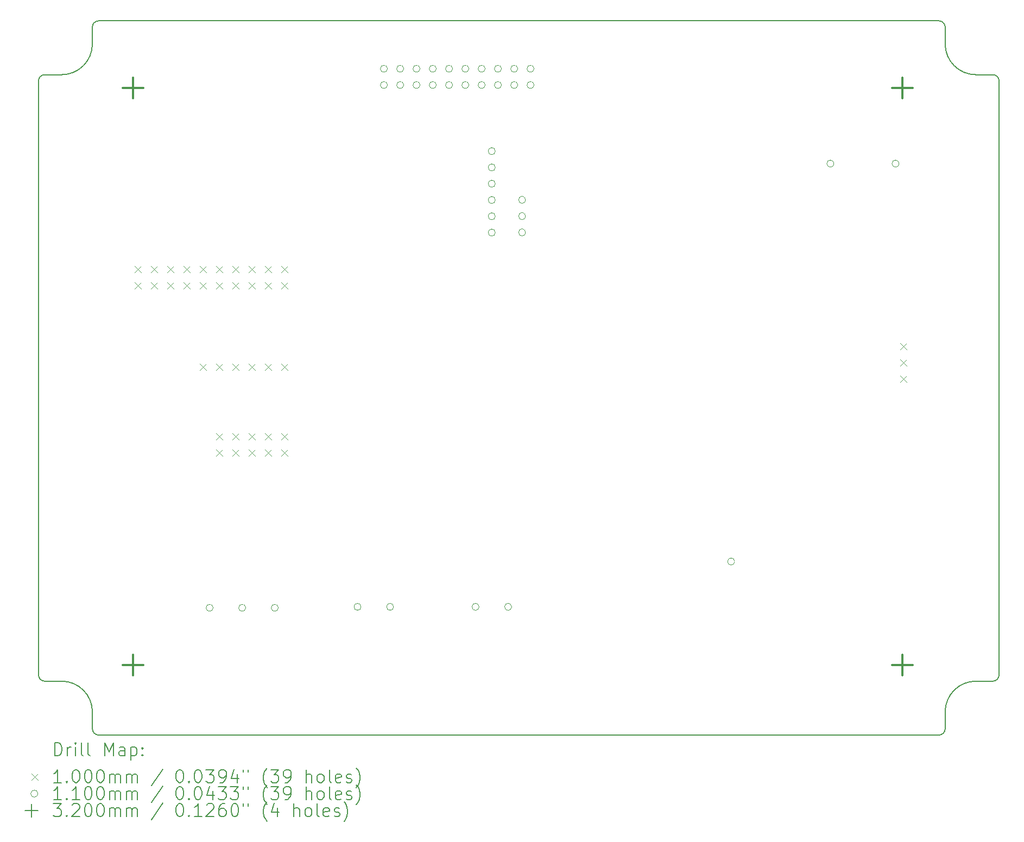
<source format=gbr>
%TF.GenerationSoftware,KiCad,Pcbnew,7.0.7-7.0.7~ubuntu22.04.1*%
%TF.CreationDate,2023-09-16T20:13:10-03:00*%
%TF.ProjectId,EQfixture,45516669-7874-4757-9265-2e6b69636164,rev?*%
%TF.SameCoordinates,Original*%
%TF.FileFunction,Drillmap*%
%TF.FilePolarity,Positive*%
%FSLAX45Y45*%
G04 Gerber Fmt 4.5, Leading zero omitted, Abs format (unit mm)*
G04 Created by KiCad (PCBNEW 7.0.7-7.0.7~ubuntu22.04.1) date 2023-09-16 20:13:10*
%MOMM*%
%LPD*%
G01*
G04 APERTURE LIST*
%ADD10C,0.200000*%
%ADD11C,0.100000*%
%ADD12C,0.110000*%
%ADD13C,0.320000*%
G04 APERTURE END LIST*
D10*
X21618849Y-3428977D02*
G75*
G03*
X21521526Y-3331661I-97309J7D01*
G01*
X8417526Y-14470293D02*
X21521526Y-14470293D01*
X21521526Y-3331661D02*
X8417526Y-3331661D01*
X7841526Y-4171660D02*
G75*
G03*
X8320209Y-3692977I0J478683D01*
G01*
X22097526Y-13630292D02*
G75*
G03*
X21618842Y-14108977I4J-478688D01*
G01*
X8320209Y-3428977D02*
X8320209Y-3692977D01*
X22097526Y-13630293D02*
X22361526Y-13630293D01*
X22361526Y-13630292D02*
G75*
G03*
X22458842Y-13532977I4J97312D01*
G01*
X7480209Y-4268977D02*
X7480209Y-13532977D01*
X7841526Y-4171661D02*
X7577526Y-4171661D01*
X7577526Y-4171659D02*
G75*
G03*
X7480209Y-4268977I4J-97321D01*
G01*
X22361526Y-4171661D02*
X22097526Y-4171661D01*
X8320217Y-14372977D02*
G75*
G03*
X8417526Y-14470293I97323J7D01*
G01*
X8320209Y-14108977D02*
X8320209Y-14372977D01*
X22458842Y-13532977D02*
X22458842Y-4269877D01*
X22458849Y-4269877D02*
G75*
G03*
X22361526Y-4171656I-97309J907D01*
G01*
X21618842Y-14372977D02*
X21618842Y-14108977D01*
X8417526Y-3331659D02*
G75*
G03*
X8320209Y-3428977I4J-97321D01*
G01*
X21618842Y-3692977D02*
X21618842Y-3428977D01*
X21618849Y-3692977D02*
G75*
G03*
X22097526Y-4171661I478691J7D01*
G01*
X7480217Y-13532977D02*
G75*
G03*
X7577526Y-13630293I97323J7D01*
G01*
X7577526Y-13630293D02*
X7841526Y-13630293D01*
X8320217Y-14108977D02*
G75*
G03*
X7841526Y-13630293I-478677J7D01*
G01*
X21521526Y-14470292D02*
G75*
G03*
X21618842Y-14372977I4J97312D01*
G01*
D11*
X8983500Y-7159500D02*
X9083500Y-7259500D01*
X9083500Y-7159500D02*
X8983500Y-7259500D01*
X8983500Y-7413500D02*
X9083500Y-7513500D01*
X9083500Y-7413500D02*
X8983500Y-7513500D01*
X9237500Y-7159500D02*
X9337500Y-7259500D01*
X9337500Y-7159500D02*
X9237500Y-7259500D01*
X9237500Y-7413500D02*
X9337500Y-7513500D01*
X9337500Y-7413500D02*
X9237500Y-7513500D01*
X9491500Y-7159500D02*
X9591500Y-7259500D01*
X9591500Y-7159500D02*
X9491500Y-7259500D01*
X9491500Y-7413500D02*
X9591500Y-7513500D01*
X9591500Y-7413500D02*
X9491500Y-7513500D01*
X9745500Y-7159500D02*
X9845500Y-7259500D01*
X9845500Y-7159500D02*
X9745500Y-7259500D01*
X9745500Y-7413500D02*
X9845500Y-7513500D01*
X9845500Y-7413500D02*
X9745500Y-7513500D01*
X9999500Y-7159500D02*
X10099500Y-7259500D01*
X10099500Y-7159500D02*
X9999500Y-7259500D01*
X9999500Y-7413500D02*
X10099500Y-7513500D01*
X10099500Y-7413500D02*
X9999500Y-7513500D01*
X9999500Y-8683500D02*
X10099500Y-8783500D01*
X10099500Y-8683500D02*
X9999500Y-8783500D01*
X10253500Y-7159500D02*
X10353500Y-7259500D01*
X10353500Y-7159500D02*
X10253500Y-7259500D01*
X10253500Y-7413500D02*
X10353500Y-7513500D01*
X10353500Y-7413500D02*
X10253500Y-7513500D01*
X10253500Y-8683500D02*
X10353500Y-8783500D01*
X10353500Y-8683500D02*
X10253500Y-8783500D01*
X10253500Y-9763000D02*
X10353500Y-9863000D01*
X10353500Y-9763000D02*
X10253500Y-9863000D01*
X10253500Y-10017000D02*
X10353500Y-10117000D01*
X10353500Y-10017000D02*
X10253500Y-10117000D01*
X10507500Y-7159500D02*
X10607500Y-7259500D01*
X10607500Y-7159500D02*
X10507500Y-7259500D01*
X10507500Y-7413500D02*
X10607500Y-7513500D01*
X10607500Y-7413500D02*
X10507500Y-7513500D01*
X10507500Y-8683500D02*
X10607500Y-8783500D01*
X10607500Y-8683500D02*
X10507500Y-8783500D01*
X10507500Y-9763000D02*
X10607500Y-9863000D01*
X10607500Y-9763000D02*
X10507500Y-9863000D01*
X10507500Y-10017000D02*
X10607500Y-10117000D01*
X10607500Y-10017000D02*
X10507500Y-10117000D01*
X10761500Y-7159500D02*
X10861500Y-7259500D01*
X10861500Y-7159500D02*
X10761500Y-7259500D01*
X10761500Y-7413500D02*
X10861500Y-7513500D01*
X10861500Y-7413500D02*
X10761500Y-7513500D01*
X10761500Y-8683500D02*
X10861500Y-8783500D01*
X10861500Y-8683500D02*
X10761500Y-8783500D01*
X10761500Y-9763000D02*
X10861500Y-9863000D01*
X10861500Y-9763000D02*
X10761500Y-9863000D01*
X10761500Y-10017000D02*
X10861500Y-10117000D01*
X10861500Y-10017000D02*
X10761500Y-10117000D01*
X11015500Y-7159500D02*
X11115500Y-7259500D01*
X11115500Y-7159500D02*
X11015500Y-7259500D01*
X11015500Y-7413500D02*
X11115500Y-7513500D01*
X11115500Y-7413500D02*
X11015500Y-7513500D01*
X11015500Y-8683500D02*
X11115500Y-8783500D01*
X11115500Y-8683500D02*
X11015500Y-8783500D01*
X11015500Y-9763000D02*
X11115500Y-9863000D01*
X11115500Y-9763000D02*
X11015500Y-9863000D01*
X11015500Y-10017000D02*
X11115500Y-10117000D01*
X11115500Y-10017000D02*
X11015500Y-10117000D01*
X11269500Y-7159500D02*
X11369500Y-7259500D01*
X11369500Y-7159500D02*
X11269500Y-7259500D01*
X11269500Y-7413500D02*
X11369500Y-7513500D01*
X11369500Y-7413500D02*
X11269500Y-7513500D01*
X11269500Y-8683500D02*
X11369500Y-8783500D01*
X11369500Y-8683500D02*
X11269500Y-8783500D01*
X11269500Y-9763000D02*
X11369500Y-9863000D01*
X11369500Y-9763000D02*
X11269500Y-9863000D01*
X11269500Y-10017000D02*
X11369500Y-10117000D01*
X11369500Y-10017000D02*
X11269500Y-10117000D01*
X20921500Y-8357000D02*
X21021500Y-8457000D01*
X21021500Y-8357000D02*
X20921500Y-8457000D01*
X20921500Y-8611000D02*
X21021500Y-8711000D01*
X21021500Y-8611000D02*
X20921500Y-8711000D01*
X20921500Y-8865000D02*
X21021500Y-8965000D01*
X21021500Y-8865000D02*
X20921500Y-8965000D01*
D12*
X10203600Y-12486200D02*
G75*
G03*
X10203600Y-12486200I-55000J0D01*
G01*
X10711600Y-12486200D02*
G75*
G03*
X10711600Y-12486200I-55000J0D01*
G01*
X11219600Y-12486200D02*
G75*
G03*
X11219600Y-12486200I-55000J0D01*
G01*
X12510000Y-12471000D02*
G75*
G03*
X12510000Y-12471000I-55000J0D01*
G01*
X12921400Y-4078800D02*
G75*
G03*
X12921400Y-4078800I-55000J0D01*
G01*
X12921400Y-4332800D02*
G75*
G03*
X12921400Y-4332800I-55000J0D01*
G01*
X13018000Y-12471000D02*
G75*
G03*
X13018000Y-12471000I-55000J0D01*
G01*
X13175400Y-4078800D02*
G75*
G03*
X13175400Y-4078800I-55000J0D01*
G01*
X13175400Y-4332800D02*
G75*
G03*
X13175400Y-4332800I-55000J0D01*
G01*
X13429400Y-4078800D02*
G75*
G03*
X13429400Y-4078800I-55000J0D01*
G01*
X13429400Y-4332800D02*
G75*
G03*
X13429400Y-4332800I-55000J0D01*
G01*
X13683400Y-4078800D02*
G75*
G03*
X13683400Y-4078800I-55000J0D01*
G01*
X13683400Y-4332800D02*
G75*
G03*
X13683400Y-4332800I-55000J0D01*
G01*
X13937400Y-4078800D02*
G75*
G03*
X13937400Y-4078800I-55000J0D01*
G01*
X13937400Y-4332800D02*
G75*
G03*
X13937400Y-4332800I-55000J0D01*
G01*
X14191400Y-4078800D02*
G75*
G03*
X14191400Y-4078800I-55000J0D01*
G01*
X14191400Y-4332800D02*
G75*
G03*
X14191400Y-4332800I-55000J0D01*
G01*
X14350600Y-12471000D02*
G75*
G03*
X14350600Y-12471000I-55000J0D01*
G01*
X14445400Y-4078800D02*
G75*
G03*
X14445400Y-4078800I-55000J0D01*
G01*
X14445400Y-4332800D02*
G75*
G03*
X14445400Y-4332800I-55000J0D01*
G01*
X14603134Y-5363532D02*
G75*
G03*
X14603134Y-5363532I-55000J0D01*
G01*
X14603134Y-5617532D02*
G75*
G03*
X14603134Y-5617532I-55000J0D01*
G01*
X14603134Y-5871532D02*
G75*
G03*
X14603134Y-5871532I-55000J0D01*
G01*
X14603134Y-6125532D02*
G75*
G03*
X14603134Y-6125532I-55000J0D01*
G01*
X14603134Y-6379532D02*
G75*
G03*
X14603134Y-6379532I-55000J0D01*
G01*
X14603134Y-6633532D02*
G75*
G03*
X14603134Y-6633532I-55000J0D01*
G01*
X14699400Y-4078800D02*
G75*
G03*
X14699400Y-4078800I-55000J0D01*
G01*
X14699400Y-4332800D02*
G75*
G03*
X14699400Y-4332800I-55000J0D01*
G01*
X14858600Y-12471000D02*
G75*
G03*
X14858600Y-12471000I-55000J0D01*
G01*
X14953400Y-4078800D02*
G75*
G03*
X14953400Y-4078800I-55000J0D01*
G01*
X14953400Y-4332800D02*
G75*
G03*
X14953400Y-4332800I-55000J0D01*
G01*
X15076000Y-6123000D02*
G75*
G03*
X15076000Y-6123000I-55000J0D01*
G01*
X15076000Y-6377000D02*
G75*
G03*
X15076000Y-6377000I-55000J0D01*
G01*
X15076000Y-6631000D02*
G75*
G03*
X15076000Y-6631000I-55000J0D01*
G01*
X15207400Y-4078800D02*
G75*
G03*
X15207400Y-4078800I-55000J0D01*
G01*
X15207400Y-4332800D02*
G75*
G03*
X15207400Y-4332800I-55000J0D01*
G01*
X18336000Y-11764000D02*
G75*
G03*
X18336000Y-11764000I-55000J0D01*
G01*
X19884000Y-5559000D02*
G75*
G03*
X19884000Y-5559000I-55000J0D01*
G01*
X20900000Y-5559000D02*
G75*
G03*
X20900000Y-5559000I-55000J0D01*
G01*
D13*
X8953500Y-4218500D02*
X8953500Y-4538500D01*
X8793500Y-4378500D02*
X9113500Y-4378500D01*
X8953500Y-13218500D02*
X8953500Y-13538500D01*
X8793500Y-13378500D02*
X9113500Y-13378500D01*
X20953500Y-4218500D02*
X20953500Y-4538500D01*
X20793500Y-4378500D02*
X21113500Y-4378500D01*
X20953500Y-13218500D02*
X20953500Y-13538500D01*
X20793500Y-13378500D02*
X21113500Y-13378500D01*
D10*
X7730986Y-14791777D02*
X7730986Y-14591777D01*
X7730986Y-14591777D02*
X7778605Y-14591777D01*
X7778605Y-14591777D02*
X7807176Y-14601301D01*
X7807176Y-14601301D02*
X7826224Y-14620349D01*
X7826224Y-14620349D02*
X7835748Y-14639396D01*
X7835748Y-14639396D02*
X7845272Y-14677491D01*
X7845272Y-14677491D02*
X7845272Y-14706063D01*
X7845272Y-14706063D02*
X7835748Y-14744158D01*
X7835748Y-14744158D02*
X7826224Y-14763206D01*
X7826224Y-14763206D02*
X7807176Y-14782253D01*
X7807176Y-14782253D02*
X7778605Y-14791777D01*
X7778605Y-14791777D02*
X7730986Y-14791777D01*
X7930986Y-14791777D02*
X7930986Y-14658444D01*
X7930986Y-14696539D02*
X7940510Y-14677491D01*
X7940510Y-14677491D02*
X7950034Y-14667968D01*
X7950034Y-14667968D02*
X7969081Y-14658444D01*
X7969081Y-14658444D02*
X7988129Y-14658444D01*
X8054795Y-14791777D02*
X8054795Y-14658444D01*
X8054795Y-14591777D02*
X8045272Y-14601301D01*
X8045272Y-14601301D02*
X8054795Y-14610825D01*
X8054795Y-14610825D02*
X8064319Y-14601301D01*
X8064319Y-14601301D02*
X8054795Y-14591777D01*
X8054795Y-14591777D02*
X8054795Y-14610825D01*
X8178605Y-14791777D02*
X8159557Y-14782253D01*
X8159557Y-14782253D02*
X8150034Y-14763206D01*
X8150034Y-14763206D02*
X8150034Y-14591777D01*
X8283367Y-14791777D02*
X8264319Y-14782253D01*
X8264319Y-14782253D02*
X8254795Y-14763206D01*
X8254795Y-14763206D02*
X8254795Y-14591777D01*
X8511938Y-14791777D02*
X8511938Y-14591777D01*
X8511938Y-14591777D02*
X8578605Y-14734634D01*
X8578605Y-14734634D02*
X8645272Y-14591777D01*
X8645272Y-14591777D02*
X8645272Y-14791777D01*
X8826224Y-14791777D02*
X8826224Y-14687015D01*
X8826224Y-14687015D02*
X8816700Y-14667968D01*
X8816700Y-14667968D02*
X8797653Y-14658444D01*
X8797653Y-14658444D02*
X8759557Y-14658444D01*
X8759557Y-14658444D02*
X8740510Y-14667968D01*
X8826224Y-14782253D02*
X8807177Y-14791777D01*
X8807177Y-14791777D02*
X8759557Y-14791777D01*
X8759557Y-14791777D02*
X8740510Y-14782253D01*
X8740510Y-14782253D02*
X8730986Y-14763206D01*
X8730986Y-14763206D02*
X8730986Y-14744158D01*
X8730986Y-14744158D02*
X8740510Y-14725111D01*
X8740510Y-14725111D02*
X8759557Y-14715587D01*
X8759557Y-14715587D02*
X8807177Y-14715587D01*
X8807177Y-14715587D02*
X8826224Y-14706063D01*
X8921462Y-14658444D02*
X8921462Y-14858444D01*
X8921462Y-14667968D02*
X8940510Y-14658444D01*
X8940510Y-14658444D02*
X8978605Y-14658444D01*
X8978605Y-14658444D02*
X8997653Y-14667968D01*
X8997653Y-14667968D02*
X9007177Y-14677491D01*
X9007177Y-14677491D02*
X9016700Y-14696539D01*
X9016700Y-14696539D02*
X9016700Y-14753682D01*
X9016700Y-14753682D02*
X9007177Y-14772730D01*
X9007177Y-14772730D02*
X8997653Y-14782253D01*
X8997653Y-14782253D02*
X8978605Y-14791777D01*
X8978605Y-14791777D02*
X8940510Y-14791777D01*
X8940510Y-14791777D02*
X8921462Y-14782253D01*
X9102415Y-14772730D02*
X9111938Y-14782253D01*
X9111938Y-14782253D02*
X9102415Y-14791777D01*
X9102415Y-14791777D02*
X9092891Y-14782253D01*
X9092891Y-14782253D02*
X9102415Y-14772730D01*
X9102415Y-14772730D02*
X9102415Y-14791777D01*
X9102415Y-14667968D02*
X9111938Y-14677491D01*
X9111938Y-14677491D02*
X9102415Y-14687015D01*
X9102415Y-14687015D02*
X9092891Y-14677491D01*
X9092891Y-14677491D02*
X9102415Y-14667968D01*
X9102415Y-14667968D02*
X9102415Y-14687015D01*
D11*
X7370209Y-15070293D02*
X7470209Y-15170293D01*
X7470209Y-15070293D02*
X7370209Y-15170293D01*
D10*
X7835748Y-15211777D02*
X7721462Y-15211777D01*
X7778605Y-15211777D02*
X7778605Y-15011777D01*
X7778605Y-15011777D02*
X7759557Y-15040349D01*
X7759557Y-15040349D02*
X7740510Y-15059396D01*
X7740510Y-15059396D02*
X7721462Y-15068920D01*
X7921462Y-15192730D02*
X7930986Y-15202253D01*
X7930986Y-15202253D02*
X7921462Y-15211777D01*
X7921462Y-15211777D02*
X7911938Y-15202253D01*
X7911938Y-15202253D02*
X7921462Y-15192730D01*
X7921462Y-15192730D02*
X7921462Y-15211777D01*
X8054795Y-15011777D02*
X8073843Y-15011777D01*
X8073843Y-15011777D02*
X8092891Y-15021301D01*
X8092891Y-15021301D02*
X8102415Y-15030825D01*
X8102415Y-15030825D02*
X8111938Y-15049872D01*
X8111938Y-15049872D02*
X8121462Y-15087968D01*
X8121462Y-15087968D02*
X8121462Y-15135587D01*
X8121462Y-15135587D02*
X8111938Y-15173682D01*
X8111938Y-15173682D02*
X8102415Y-15192730D01*
X8102415Y-15192730D02*
X8092891Y-15202253D01*
X8092891Y-15202253D02*
X8073843Y-15211777D01*
X8073843Y-15211777D02*
X8054795Y-15211777D01*
X8054795Y-15211777D02*
X8035748Y-15202253D01*
X8035748Y-15202253D02*
X8026224Y-15192730D01*
X8026224Y-15192730D02*
X8016700Y-15173682D01*
X8016700Y-15173682D02*
X8007176Y-15135587D01*
X8007176Y-15135587D02*
X8007176Y-15087968D01*
X8007176Y-15087968D02*
X8016700Y-15049872D01*
X8016700Y-15049872D02*
X8026224Y-15030825D01*
X8026224Y-15030825D02*
X8035748Y-15021301D01*
X8035748Y-15021301D02*
X8054795Y-15011777D01*
X8245272Y-15011777D02*
X8264319Y-15011777D01*
X8264319Y-15011777D02*
X8283367Y-15021301D01*
X8283367Y-15021301D02*
X8292891Y-15030825D01*
X8292891Y-15030825D02*
X8302415Y-15049872D01*
X8302415Y-15049872D02*
X8311938Y-15087968D01*
X8311938Y-15087968D02*
X8311938Y-15135587D01*
X8311938Y-15135587D02*
X8302415Y-15173682D01*
X8302415Y-15173682D02*
X8292891Y-15192730D01*
X8292891Y-15192730D02*
X8283367Y-15202253D01*
X8283367Y-15202253D02*
X8264319Y-15211777D01*
X8264319Y-15211777D02*
X8245272Y-15211777D01*
X8245272Y-15211777D02*
X8226224Y-15202253D01*
X8226224Y-15202253D02*
X8216700Y-15192730D01*
X8216700Y-15192730D02*
X8207176Y-15173682D01*
X8207176Y-15173682D02*
X8197653Y-15135587D01*
X8197653Y-15135587D02*
X8197653Y-15087968D01*
X8197653Y-15087968D02*
X8207176Y-15049872D01*
X8207176Y-15049872D02*
X8216700Y-15030825D01*
X8216700Y-15030825D02*
X8226224Y-15021301D01*
X8226224Y-15021301D02*
X8245272Y-15011777D01*
X8435748Y-15011777D02*
X8454796Y-15011777D01*
X8454796Y-15011777D02*
X8473843Y-15021301D01*
X8473843Y-15021301D02*
X8483367Y-15030825D01*
X8483367Y-15030825D02*
X8492891Y-15049872D01*
X8492891Y-15049872D02*
X8502415Y-15087968D01*
X8502415Y-15087968D02*
X8502415Y-15135587D01*
X8502415Y-15135587D02*
X8492891Y-15173682D01*
X8492891Y-15173682D02*
X8483367Y-15192730D01*
X8483367Y-15192730D02*
X8473843Y-15202253D01*
X8473843Y-15202253D02*
X8454796Y-15211777D01*
X8454796Y-15211777D02*
X8435748Y-15211777D01*
X8435748Y-15211777D02*
X8416700Y-15202253D01*
X8416700Y-15202253D02*
X8407177Y-15192730D01*
X8407177Y-15192730D02*
X8397653Y-15173682D01*
X8397653Y-15173682D02*
X8388129Y-15135587D01*
X8388129Y-15135587D02*
X8388129Y-15087968D01*
X8388129Y-15087968D02*
X8397653Y-15049872D01*
X8397653Y-15049872D02*
X8407177Y-15030825D01*
X8407177Y-15030825D02*
X8416700Y-15021301D01*
X8416700Y-15021301D02*
X8435748Y-15011777D01*
X8588129Y-15211777D02*
X8588129Y-15078444D01*
X8588129Y-15097491D02*
X8597653Y-15087968D01*
X8597653Y-15087968D02*
X8616700Y-15078444D01*
X8616700Y-15078444D02*
X8645272Y-15078444D01*
X8645272Y-15078444D02*
X8664319Y-15087968D01*
X8664319Y-15087968D02*
X8673843Y-15107015D01*
X8673843Y-15107015D02*
X8673843Y-15211777D01*
X8673843Y-15107015D02*
X8683367Y-15087968D01*
X8683367Y-15087968D02*
X8702415Y-15078444D01*
X8702415Y-15078444D02*
X8730986Y-15078444D01*
X8730986Y-15078444D02*
X8750034Y-15087968D01*
X8750034Y-15087968D02*
X8759558Y-15107015D01*
X8759558Y-15107015D02*
X8759558Y-15211777D01*
X8854796Y-15211777D02*
X8854796Y-15078444D01*
X8854796Y-15097491D02*
X8864319Y-15087968D01*
X8864319Y-15087968D02*
X8883367Y-15078444D01*
X8883367Y-15078444D02*
X8911939Y-15078444D01*
X8911939Y-15078444D02*
X8930986Y-15087968D01*
X8930986Y-15087968D02*
X8940510Y-15107015D01*
X8940510Y-15107015D02*
X8940510Y-15211777D01*
X8940510Y-15107015D02*
X8950034Y-15087968D01*
X8950034Y-15087968D02*
X8969081Y-15078444D01*
X8969081Y-15078444D02*
X8997653Y-15078444D01*
X8997653Y-15078444D02*
X9016700Y-15087968D01*
X9016700Y-15087968D02*
X9026224Y-15107015D01*
X9026224Y-15107015D02*
X9026224Y-15211777D01*
X9416700Y-15002253D02*
X9245272Y-15259396D01*
X9673843Y-15011777D02*
X9692891Y-15011777D01*
X9692891Y-15011777D02*
X9711939Y-15021301D01*
X9711939Y-15021301D02*
X9721462Y-15030825D01*
X9721462Y-15030825D02*
X9730986Y-15049872D01*
X9730986Y-15049872D02*
X9740510Y-15087968D01*
X9740510Y-15087968D02*
X9740510Y-15135587D01*
X9740510Y-15135587D02*
X9730986Y-15173682D01*
X9730986Y-15173682D02*
X9721462Y-15192730D01*
X9721462Y-15192730D02*
X9711939Y-15202253D01*
X9711939Y-15202253D02*
X9692891Y-15211777D01*
X9692891Y-15211777D02*
X9673843Y-15211777D01*
X9673843Y-15211777D02*
X9654796Y-15202253D01*
X9654796Y-15202253D02*
X9645272Y-15192730D01*
X9645272Y-15192730D02*
X9635748Y-15173682D01*
X9635748Y-15173682D02*
X9626224Y-15135587D01*
X9626224Y-15135587D02*
X9626224Y-15087968D01*
X9626224Y-15087968D02*
X9635748Y-15049872D01*
X9635748Y-15049872D02*
X9645272Y-15030825D01*
X9645272Y-15030825D02*
X9654796Y-15021301D01*
X9654796Y-15021301D02*
X9673843Y-15011777D01*
X9826224Y-15192730D02*
X9835748Y-15202253D01*
X9835748Y-15202253D02*
X9826224Y-15211777D01*
X9826224Y-15211777D02*
X9816701Y-15202253D01*
X9816701Y-15202253D02*
X9826224Y-15192730D01*
X9826224Y-15192730D02*
X9826224Y-15211777D01*
X9959558Y-15011777D02*
X9978605Y-15011777D01*
X9978605Y-15011777D02*
X9997653Y-15021301D01*
X9997653Y-15021301D02*
X10007177Y-15030825D01*
X10007177Y-15030825D02*
X10016701Y-15049872D01*
X10016701Y-15049872D02*
X10026224Y-15087968D01*
X10026224Y-15087968D02*
X10026224Y-15135587D01*
X10026224Y-15135587D02*
X10016701Y-15173682D01*
X10016701Y-15173682D02*
X10007177Y-15192730D01*
X10007177Y-15192730D02*
X9997653Y-15202253D01*
X9997653Y-15202253D02*
X9978605Y-15211777D01*
X9978605Y-15211777D02*
X9959558Y-15211777D01*
X9959558Y-15211777D02*
X9940510Y-15202253D01*
X9940510Y-15202253D02*
X9930986Y-15192730D01*
X9930986Y-15192730D02*
X9921462Y-15173682D01*
X9921462Y-15173682D02*
X9911939Y-15135587D01*
X9911939Y-15135587D02*
X9911939Y-15087968D01*
X9911939Y-15087968D02*
X9921462Y-15049872D01*
X9921462Y-15049872D02*
X9930986Y-15030825D01*
X9930986Y-15030825D02*
X9940510Y-15021301D01*
X9940510Y-15021301D02*
X9959558Y-15011777D01*
X10092891Y-15011777D02*
X10216701Y-15011777D01*
X10216701Y-15011777D02*
X10150034Y-15087968D01*
X10150034Y-15087968D02*
X10178605Y-15087968D01*
X10178605Y-15087968D02*
X10197653Y-15097491D01*
X10197653Y-15097491D02*
X10207177Y-15107015D01*
X10207177Y-15107015D02*
X10216701Y-15126063D01*
X10216701Y-15126063D02*
X10216701Y-15173682D01*
X10216701Y-15173682D02*
X10207177Y-15192730D01*
X10207177Y-15192730D02*
X10197653Y-15202253D01*
X10197653Y-15202253D02*
X10178605Y-15211777D01*
X10178605Y-15211777D02*
X10121462Y-15211777D01*
X10121462Y-15211777D02*
X10102415Y-15202253D01*
X10102415Y-15202253D02*
X10092891Y-15192730D01*
X10311939Y-15211777D02*
X10350034Y-15211777D01*
X10350034Y-15211777D02*
X10369082Y-15202253D01*
X10369082Y-15202253D02*
X10378605Y-15192730D01*
X10378605Y-15192730D02*
X10397653Y-15164158D01*
X10397653Y-15164158D02*
X10407177Y-15126063D01*
X10407177Y-15126063D02*
X10407177Y-15049872D01*
X10407177Y-15049872D02*
X10397653Y-15030825D01*
X10397653Y-15030825D02*
X10388129Y-15021301D01*
X10388129Y-15021301D02*
X10369082Y-15011777D01*
X10369082Y-15011777D02*
X10330986Y-15011777D01*
X10330986Y-15011777D02*
X10311939Y-15021301D01*
X10311939Y-15021301D02*
X10302415Y-15030825D01*
X10302415Y-15030825D02*
X10292891Y-15049872D01*
X10292891Y-15049872D02*
X10292891Y-15097491D01*
X10292891Y-15097491D02*
X10302415Y-15116539D01*
X10302415Y-15116539D02*
X10311939Y-15126063D01*
X10311939Y-15126063D02*
X10330986Y-15135587D01*
X10330986Y-15135587D02*
X10369082Y-15135587D01*
X10369082Y-15135587D02*
X10388129Y-15126063D01*
X10388129Y-15126063D02*
X10397653Y-15116539D01*
X10397653Y-15116539D02*
X10407177Y-15097491D01*
X10578605Y-15078444D02*
X10578605Y-15211777D01*
X10530986Y-15002253D02*
X10483367Y-15145111D01*
X10483367Y-15145111D02*
X10607177Y-15145111D01*
X10673843Y-15011777D02*
X10673843Y-15049872D01*
X10750034Y-15011777D02*
X10750034Y-15049872D01*
X11045272Y-15287968D02*
X11035748Y-15278444D01*
X11035748Y-15278444D02*
X11016701Y-15249872D01*
X11016701Y-15249872D02*
X11007177Y-15230825D01*
X11007177Y-15230825D02*
X10997653Y-15202253D01*
X10997653Y-15202253D02*
X10988129Y-15154634D01*
X10988129Y-15154634D02*
X10988129Y-15116539D01*
X10988129Y-15116539D02*
X10997653Y-15068920D01*
X10997653Y-15068920D02*
X11007177Y-15040349D01*
X11007177Y-15040349D02*
X11016701Y-15021301D01*
X11016701Y-15021301D02*
X11035748Y-14992730D01*
X11035748Y-14992730D02*
X11045272Y-14983206D01*
X11102415Y-15011777D02*
X11226224Y-15011777D01*
X11226224Y-15011777D02*
X11159558Y-15087968D01*
X11159558Y-15087968D02*
X11188129Y-15087968D01*
X11188129Y-15087968D02*
X11207177Y-15097491D01*
X11207177Y-15097491D02*
X11216701Y-15107015D01*
X11216701Y-15107015D02*
X11226224Y-15126063D01*
X11226224Y-15126063D02*
X11226224Y-15173682D01*
X11226224Y-15173682D02*
X11216701Y-15192730D01*
X11216701Y-15192730D02*
X11207177Y-15202253D01*
X11207177Y-15202253D02*
X11188129Y-15211777D01*
X11188129Y-15211777D02*
X11130986Y-15211777D01*
X11130986Y-15211777D02*
X11111939Y-15202253D01*
X11111939Y-15202253D02*
X11102415Y-15192730D01*
X11321462Y-15211777D02*
X11359558Y-15211777D01*
X11359558Y-15211777D02*
X11378605Y-15202253D01*
X11378605Y-15202253D02*
X11388129Y-15192730D01*
X11388129Y-15192730D02*
X11407177Y-15164158D01*
X11407177Y-15164158D02*
X11416701Y-15126063D01*
X11416701Y-15126063D02*
X11416701Y-15049872D01*
X11416701Y-15049872D02*
X11407177Y-15030825D01*
X11407177Y-15030825D02*
X11397653Y-15021301D01*
X11397653Y-15021301D02*
X11378605Y-15011777D01*
X11378605Y-15011777D02*
X11340510Y-15011777D01*
X11340510Y-15011777D02*
X11321462Y-15021301D01*
X11321462Y-15021301D02*
X11311939Y-15030825D01*
X11311939Y-15030825D02*
X11302415Y-15049872D01*
X11302415Y-15049872D02*
X11302415Y-15097491D01*
X11302415Y-15097491D02*
X11311939Y-15116539D01*
X11311939Y-15116539D02*
X11321462Y-15126063D01*
X11321462Y-15126063D02*
X11340510Y-15135587D01*
X11340510Y-15135587D02*
X11378605Y-15135587D01*
X11378605Y-15135587D02*
X11397653Y-15126063D01*
X11397653Y-15126063D02*
X11407177Y-15116539D01*
X11407177Y-15116539D02*
X11416701Y-15097491D01*
X11654796Y-15211777D02*
X11654796Y-15011777D01*
X11740510Y-15211777D02*
X11740510Y-15107015D01*
X11740510Y-15107015D02*
X11730986Y-15087968D01*
X11730986Y-15087968D02*
X11711939Y-15078444D01*
X11711939Y-15078444D02*
X11683367Y-15078444D01*
X11683367Y-15078444D02*
X11664320Y-15087968D01*
X11664320Y-15087968D02*
X11654796Y-15097491D01*
X11864320Y-15211777D02*
X11845272Y-15202253D01*
X11845272Y-15202253D02*
X11835748Y-15192730D01*
X11835748Y-15192730D02*
X11826224Y-15173682D01*
X11826224Y-15173682D02*
X11826224Y-15116539D01*
X11826224Y-15116539D02*
X11835748Y-15097491D01*
X11835748Y-15097491D02*
X11845272Y-15087968D01*
X11845272Y-15087968D02*
X11864320Y-15078444D01*
X11864320Y-15078444D02*
X11892891Y-15078444D01*
X11892891Y-15078444D02*
X11911939Y-15087968D01*
X11911939Y-15087968D02*
X11921463Y-15097491D01*
X11921463Y-15097491D02*
X11930986Y-15116539D01*
X11930986Y-15116539D02*
X11930986Y-15173682D01*
X11930986Y-15173682D02*
X11921463Y-15192730D01*
X11921463Y-15192730D02*
X11911939Y-15202253D01*
X11911939Y-15202253D02*
X11892891Y-15211777D01*
X11892891Y-15211777D02*
X11864320Y-15211777D01*
X12045272Y-15211777D02*
X12026224Y-15202253D01*
X12026224Y-15202253D02*
X12016701Y-15183206D01*
X12016701Y-15183206D02*
X12016701Y-15011777D01*
X12197653Y-15202253D02*
X12178605Y-15211777D01*
X12178605Y-15211777D02*
X12140510Y-15211777D01*
X12140510Y-15211777D02*
X12121463Y-15202253D01*
X12121463Y-15202253D02*
X12111939Y-15183206D01*
X12111939Y-15183206D02*
X12111939Y-15107015D01*
X12111939Y-15107015D02*
X12121463Y-15087968D01*
X12121463Y-15087968D02*
X12140510Y-15078444D01*
X12140510Y-15078444D02*
X12178605Y-15078444D01*
X12178605Y-15078444D02*
X12197653Y-15087968D01*
X12197653Y-15087968D02*
X12207177Y-15107015D01*
X12207177Y-15107015D02*
X12207177Y-15126063D01*
X12207177Y-15126063D02*
X12111939Y-15145111D01*
X12283367Y-15202253D02*
X12302415Y-15211777D01*
X12302415Y-15211777D02*
X12340510Y-15211777D01*
X12340510Y-15211777D02*
X12359558Y-15202253D01*
X12359558Y-15202253D02*
X12369082Y-15183206D01*
X12369082Y-15183206D02*
X12369082Y-15173682D01*
X12369082Y-15173682D02*
X12359558Y-15154634D01*
X12359558Y-15154634D02*
X12340510Y-15145111D01*
X12340510Y-15145111D02*
X12311939Y-15145111D01*
X12311939Y-15145111D02*
X12292891Y-15135587D01*
X12292891Y-15135587D02*
X12283367Y-15116539D01*
X12283367Y-15116539D02*
X12283367Y-15107015D01*
X12283367Y-15107015D02*
X12292891Y-15087968D01*
X12292891Y-15087968D02*
X12311939Y-15078444D01*
X12311939Y-15078444D02*
X12340510Y-15078444D01*
X12340510Y-15078444D02*
X12359558Y-15087968D01*
X12435748Y-15287968D02*
X12445272Y-15278444D01*
X12445272Y-15278444D02*
X12464320Y-15249872D01*
X12464320Y-15249872D02*
X12473844Y-15230825D01*
X12473844Y-15230825D02*
X12483367Y-15202253D01*
X12483367Y-15202253D02*
X12492891Y-15154634D01*
X12492891Y-15154634D02*
X12492891Y-15116539D01*
X12492891Y-15116539D02*
X12483367Y-15068920D01*
X12483367Y-15068920D02*
X12473844Y-15040349D01*
X12473844Y-15040349D02*
X12464320Y-15021301D01*
X12464320Y-15021301D02*
X12445272Y-14992730D01*
X12445272Y-14992730D02*
X12435748Y-14983206D01*
D12*
X7470209Y-15384293D02*
G75*
G03*
X7470209Y-15384293I-55000J0D01*
G01*
D10*
X7835748Y-15475777D02*
X7721462Y-15475777D01*
X7778605Y-15475777D02*
X7778605Y-15275777D01*
X7778605Y-15275777D02*
X7759557Y-15304349D01*
X7759557Y-15304349D02*
X7740510Y-15323396D01*
X7740510Y-15323396D02*
X7721462Y-15332920D01*
X7921462Y-15456730D02*
X7930986Y-15466253D01*
X7930986Y-15466253D02*
X7921462Y-15475777D01*
X7921462Y-15475777D02*
X7911938Y-15466253D01*
X7911938Y-15466253D02*
X7921462Y-15456730D01*
X7921462Y-15456730D02*
X7921462Y-15475777D01*
X8121462Y-15475777D02*
X8007176Y-15475777D01*
X8064319Y-15475777D02*
X8064319Y-15275777D01*
X8064319Y-15275777D02*
X8045272Y-15304349D01*
X8045272Y-15304349D02*
X8026224Y-15323396D01*
X8026224Y-15323396D02*
X8007176Y-15332920D01*
X8245272Y-15275777D02*
X8264319Y-15275777D01*
X8264319Y-15275777D02*
X8283367Y-15285301D01*
X8283367Y-15285301D02*
X8292891Y-15294825D01*
X8292891Y-15294825D02*
X8302415Y-15313872D01*
X8302415Y-15313872D02*
X8311938Y-15351968D01*
X8311938Y-15351968D02*
X8311938Y-15399587D01*
X8311938Y-15399587D02*
X8302415Y-15437682D01*
X8302415Y-15437682D02*
X8292891Y-15456730D01*
X8292891Y-15456730D02*
X8283367Y-15466253D01*
X8283367Y-15466253D02*
X8264319Y-15475777D01*
X8264319Y-15475777D02*
X8245272Y-15475777D01*
X8245272Y-15475777D02*
X8226224Y-15466253D01*
X8226224Y-15466253D02*
X8216700Y-15456730D01*
X8216700Y-15456730D02*
X8207176Y-15437682D01*
X8207176Y-15437682D02*
X8197653Y-15399587D01*
X8197653Y-15399587D02*
X8197653Y-15351968D01*
X8197653Y-15351968D02*
X8207176Y-15313872D01*
X8207176Y-15313872D02*
X8216700Y-15294825D01*
X8216700Y-15294825D02*
X8226224Y-15285301D01*
X8226224Y-15285301D02*
X8245272Y-15275777D01*
X8435748Y-15275777D02*
X8454796Y-15275777D01*
X8454796Y-15275777D02*
X8473843Y-15285301D01*
X8473843Y-15285301D02*
X8483367Y-15294825D01*
X8483367Y-15294825D02*
X8492891Y-15313872D01*
X8492891Y-15313872D02*
X8502415Y-15351968D01*
X8502415Y-15351968D02*
X8502415Y-15399587D01*
X8502415Y-15399587D02*
X8492891Y-15437682D01*
X8492891Y-15437682D02*
X8483367Y-15456730D01*
X8483367Y-15456730D02*
X8473843Y-15466253D01*
X8473843Y-15466253D02*
X8454796Y-15475777D01*
X8454796Y-15475777D02*
X8435748Y-15475777D01*
X8435748Y-15475777D02*
X8416700Y-15466253D01*
X8416700Y-15466253D02*
X8407177Y-15456730D01*
X8407177Y-15456730D02*
X8397653Y-15437682D01*
X8397653Y-15437682D02*
X8388129Y-15399587D01*
X8388129Y-15399587D02*
X8388129Y-15351968D01*
X8388129Y-15351968D02*
X8397653Y-15313872D01*
X8397653Y-15313872D02*
X8407177Y-15294825D01*
X8407177Y-15294825D02*
X8416700Y-15285301D01*
X8416700Y-15285301D02*
X8435748Y-15275777D01*
X8588129Y-15475777D02*
X8588129Y-15342444D01*
X8588129Y-15361491D02*
X8597653Y-15351968D01*
X8597653Y-15351968D02*
X8616700Y-15342444D01*
X8616700Y-15342444D02*
X8645272Y-15342444D01*
X8645272Y-15342444D02*
X8664319Y-15351968D01*
X8664319Y-15351968D02*
X8673843Y-15371015D01*
X8673843Y-15371015D02*
X8673843Y-15475777D01*
X8673843Y-15371015D02*
X8683367Y-15351968D01*
X8683367Y-15351968D02*
X8702415Y-15342444D01*
X8702415Y-15342444D02*
X8730986Y-15342444D01*
X8730986Y-15342444D02*
X8750034Y-15351968D01*
X8750034Y-15351968D02*
X8759558Y-15371015D01*
X8759558Y-15371015D02*
X8759558Y-15475777D01*
X8854796Y-15475777D02*
X8854796Y-15342444D01*
X8854796Y-15361491D02*
X8864319Y-15351968D01*
X8864319Y-15351968D02*
X8883367Y-15342444D01*
X8883367Y-15342444D02*
X8911939Y-15342444D01*
X8911939Y-15342444D02*
X8930986Y-15351968D01*
X8930986Y-15351968D02*
X8940510Y-15371015D01*
X8940510Y-15371015D02*
X8940510Y-15475777D01*
X8940510Y-15371015D02*
X8950034Y-15351968D01*
X8950034Y-15351968D02*
X8969081Y-15342444D01*
X8969081Y-15342444D02*
X8997653Y-15342444D01*
X8997653Y-15342444D02*
X9016700Y-15351968D01*
X9016700Y-15351968D02*
X9026224Y-15371015D01*
X9026224Y-15371015D02*
X9026224Y-15475777D01*
X9416700Y-15266253D02*
X9245272Y-15523396D01*
X9673843Y-15275777D02*
X9692891Y-15275777D01*
X9692891Y-15275777D02*
X9711939Y-15285301D01*
X9711939Y-15285301D02*
X9721462Y-15294825D01*
X9721462Y-15294825D02*
X9730986Y-15313872D01*
X9730986Y-15313872D02*
X9740510Y-15351968D01*
X9740510Y-15351968D02*
X9740510Y-15399587D01*
X9740510Y-15399587D02*
X9730986Y-15437682D01*
X9730986Y-15437682D02*
X9721462Y-15456730D01*
X9721462Y-15456730D02*
X9711939Y-15466253D01*
X9711939Y-15466253D02*
X9692891Y-15475777D01*
X9692891Y-15475777D02*
X9673843Y-15475777D01*
X9673843Y-15475777D02*
X9654796Y-15466253D01*
X9654796Y-15466253D02*
X9645272Y-15456730D01*
X9645272Y-15456730D02*
X9635748Y-15437682D01*
X9635748Y-15437682D02*
X9626224Y-15399587D01*
X9626224Y-15399587D02*
X9626224Y-15351968D01*
X9626224Y-15351968D02*
X9635748Y-15313872D01*
X9635748Y-15313872D02*
X9645272Y-15294825D01*
X9645272Y-15294825D02*
X9654796Y-15285301D01*
X9654796Y-15285301D02*
X9673843Y-15275777D01*
X9826224Y-15456730D02*
X9835748Y-15466253D01*
X9835748Y-15466253D02*
X9826224Y-15475777D01*
X9826224Y-15475777D02*
X9816701Y-15466253D01*
X9816701Y-15466253D02*
X9826224Y-15456730D01*
X9826224Y-15456730D02*
X9826224Y-15475777D01*
X9959558Y-15275777D02*
X9978605Y-15275777D01*
X9978605Y-15275777D02*
X9997653Y-15285301D01*
X9997653Y-15285301D02*
X10007177Y-15294825D01*
X10007177Y-15294825D02*
X10016701Y-15313872D01*
X10016701Y-15313872D02*
X10026224Y-15351968D01*
X10026224Y-15351968D02*
X10026224Y-15399587D01*
X10026224Y-15399587D02*
X10016701Y-15437682D01*
X10016701Y-15437682D02*
X10007177Y-15456730D01*
X10007177Y-15456730D02*
X9997653Y-15466253D01*
X9997653Y-15466253D02*
X9978605Y-15475777D01*
X9978605Y-15475777D02*
X9959558Y-15475777D01*
X9959558Y-15475777D02*
X9940510Y-15466253D01*
X9940510Y-15466253D02*
X9930986Y-15456730D01*
X9930986Y-15456730D02*
X9921462Y-15437682D01*
X9921462Y-15437682D02*
X9911939Y-15399587D01*
X9911939Y-15399587D02*
X9911939Y-15351968D01*
X9911939Y-15351968D02*
X9921462Y-15313872D01*
X9921462Y-15313872D02*
X9930986Y-15294825D01*
X9930986Y-15294825D02*
X9940510Y-15285301D01*
X9940510Y-15285301D02*
X9959558Y-15275777D01*
X10197653Y-15342444D02*
X10197653Y-15475777D01*
X10150034Y-15266253D02*
X10102415Y-15409111D01*
X10102415Y-15409111D02*
X10226224Y-15409111D01*
X10283367Y-15275777D02*
X10407177Y-15275777D01*
X10407177Y-15275777D02*
X10340510Y-15351968D01*
X10340510Y-15351968D02*
X10369082Y-15351968D01*
X10369082Y-15351968D02*
X10388129Y-15361491D01*
X10388129Y-15361491D02*
X10397653Y-15371015D01*
X10397653Y-15371015D02*
X10407177Y-15390063D01*
X10407177Y-15390063D02*
X10407177Y-15437682D01*
X10407177Y-15437682D02*
X10397653Y-15456730D01*
X10397653Y-15456730D02*
X10388129Y-15466253D01*
X10388129Y-15466253D02*
X10369082Y-15475777D01*
X10369082Y-15475777D02*
X10311939Y-15475777D01*
X10311939Y-15475777D02*
X10292891Y-15466253D01*
X10292891Y-15466253D02*
X10283367Y-15456730D01*
X10473843Y-15275777D02*
X10597653Y-15275777D01*
X10597653Y-15275777D02*
X10530986Y-15351968D01*
X10530986Y-15351968D02*
X10559558Y-15351968D01*
X10559558Y-15351968D02*
X10578605Y-15361491D01*
X10578605Y-15361491D02*
X10588129Y-15371015D01*
X10588129Y-15371015D02*
X10597653Y-15390063D01*
X10597653Y-15390063D02*
X10597653Y-15437682D01*
X10597653Y-15437682D02*
X10588129Y-15456730D01*
X10588129Y-15456730D02*
X10578605Y-15466253D01*
X10578605Y-15466253D02*
X10559558Y-15475777D01*
X10559558Y-15475777D02*
X10502415Y-15475777D01*
X10502415Y-15475777D02*
X10483367Y-15466253D01*
X10483367Y-15466253D02*
X10473843Y-15456730D01*
X10673843Y-15275777D02*
X10673843Y-15313872D01*
X10750034Y-15275777D02*
X10750034Y-15313872D01*
X11045272Y-15551968D02*
X11035748Y-15542444D01*
X11035748Y-15542444D02*
X11016701Y-15513872D01*
X11016701Y-15513872D02*
X11007177Y-15494825D01*
X11007177Y-15494825D02*
X10997653Y-15466253D01*
X10997653Y-15466253D02*
X10988129Y-15418634D01*
X10988129Y-15418634D02*
X10988129Y-15380539D01*
X10988129Y-15380539D02*
X10997653Y-15332920D01*
X10997653Y-15332920D02*
X11007177Y-15304349D01*
X11007177Y-15304349D02*
X11016701Y-15285301D01*
X11016701Y-15285301D02*
X11035748Y-15256730D01*
X11035748Y-15256730D02*
X11045272Y-15247206D01*
X11102415Y-15275777D02*
X11226224Y-15275777D01*
X11226224Y-15275777D02*
X11159558Y-15351968D01*
X11159558Y-15351968D02*
X11188129Y-15351968D01*
X11188129Y-15351968D02*
X11207177Y-15361491D01*
X11207177Y-15361491D02*
X11216701Y-15371015D01*
X11216701Y-15371015D02*
X11226224Y-15390063D01*
X11226224Y-15390063D02*
X11226224Y-15437682D01*
X11226224Y-15437682D02*
X11216701Y-15456730D01*
X11216701Y-15456730D02*
X11207177Y-15466253D01*
X11207177Y-15466253D02*
X11188129Y-15475777D01*
X11188129Y-15475777D02*
X11130986Y-15475777D01*
X11130986Y-15475777D02*
X11111939Y-15466253D01*
X11111939Y-15466253D02*
X11102415Y-15456730D01*
X11321462Y-15475777D02*
X11359558Y-15475777D01*
X11359558Y-15475777D02*
X11378605Y-15466253D01*
X11378605Y-15466253D02*
X11388129Y-15456730D01*
X11388129Y-15456730D02*
X11407177Y-15428158D01*
X11407177Y-15428158D02*
X11416701Y-15390063D01*
X11416701Y-15390063D02*
X11416701Y-15313872D01*
X11416701Y-15313872D02*
X11407177Y-15294825D01*
X11407177Y-15294825D02*
X11397653Y-15285301D01*
X11397653Y-15285301D02*
X11378605Y-15275777D01*
X11378605Y-15275777D02*
X11340510Y-15275777D01*
X11340510Y-15275777D02*
X11321462Y-15285301D01*
X11321462Y-15285301D02*
X11311939Y-15294825D01*
X11311939Y-15294825D02*
X11302415Y-15313872D01*
X11302415Y-15313872D02*
X11302415Y-15361491D01*
X11302415Y-15361491D02*
X11311939Y-15380539D01*
X11311939Y-15380539D02*
X11321462Y-15390063D01*
X11321462Y-15390063D02*
X11340510Y-15399587D01*
X11340510Y-15399587D02*
X11378605Y-15399587D01*
X11378605Y-15399587D02*
X11397653Y-15390063D01*
X11397653Y-15390063D02*
X11407177Y-15380539D01*
X11407177Y-15380539D02*
X11416701Y-15361491D01*
X11654796Y-15475777D02*
X11654796Y-15275777D01*
X11740510Y-15475777D02*
X11740510Y-15371015D01*
X11740510Y-15371015D02*
X11730986Y-15351968D01*
X11730986Y-15351968D02*
X11711939Y-15342444D01*
X11711939Y-15342444D02*
X11683367Y-15342444D01*
X11683367Y-15342444D02*
X11664320Y-15351968D01*
X11664320Y-15351968D02*
X11654796Y-15361491D01*
X11864320Y-15475777D02*
X11845272Y-15466253D01*
X11845272Y-15466253D02*
X11835748Y-15456730D01*
X11835748Y-15456730D02*
X11826224Y-15437682D01*
X11826224Y-15437682D02*
X11826224Y-15380539D01*
X11826224Y-15380539D02*
X11835748Y-15361491D01*
X11835748Y-15361491D02*
X11845272Y-15351968D01*
X11845272Y-15351968D02*
X11864320Y-15342444D01*
X11864320Y-15342444D02*
X11892891Y-15342444D01*
X11892891Y-15342444D02*
X11911939Y-15351968D01*
X11911939Y-15351968D02*
X11921463Y-15361491D01*
X11921463Y-15361491D02*
X11930986Y-15380539D01*
X11930986Y-15380539D02*
X11930986Y-15437682D01*
X11930986Y-15437682D02*
X11921463Y-15456730D01*
X11921463Y-15456730D02*
X11911939Y-15466253D01*
X11911939Y-15466253D02*
X11892891Y-15475777D01*
X11892891Y-15475777D02*
X11864320Y-15475777D01*
X12045272Y-15475777D02*
X12026224Y-15466253D01*
X12026224Y-15466253D02*
X12016701Y-15447206D01*
X12016701Y-15447206D02*
X12016701Y-15275777D01*
X12197653Y-15466253D02*
X12178605Y-15475777D01*
X12178605Y-15475777D02*
X12140510Y-15475777D01*
X12140510Y-15475777D02*
X12121463Y-15466253D01*
X12121463Y-15466253D02*
X12111939Y-15447206D01*
X12111939Y-15447206D02*
X12111939Y-15371015D01*
X12111939Y-15371015D02*
X12121463Y-15351968D01*
X12121463Y-15351968D02*
X12140510Y-15342444D01*
X12140510Y-15342444D02*
X12178605Y-15342444D01*
X12178605Y-15342444D02*
X12197653Y-15351968D01*
X12197653Y-15351968D02*
X12207177Y-15371015D01*
X12207177Y-15371015D02*
X12207177Y-15390063D01*
X12207177Y-15390063D02*
X12111939Y-15409111D01*
X12283367Y-15466253D02*
X12302415Y-15475777D01*
X12302415Y-15475777D02*
X12340510Y-15475777D01*
X12340510Y-15475777D02*
X12359558Y-15466253D01*
X12359558Y-15466253D02*
X12369082Y-15447206D01*
X12369082Y-15447206D02*
X12369082Y-15437682D01*
X12369082Y-15437682D02*
X12359558Y-15418634D01*
X12359558Y-15418634D02*
X12340510Y-15409111D01*
X12340510Y-15409111D02*
X12311939Y-15409111D01*
X12311939Y-15409111D02*
X12292891Y-15399587D01*
X12292891Y-15399587D02*
X12283367Y-15380539D01*
X12283367Y-15380539D02*
X12283367Y-15371015D01*
X12283367Y-15371015D02*
X12292891Y-15351968D01*
X12292891Y-15351968D02*
X12311939Y-15342444D01*
X12311939Y-15342444D02*
X12340510Y-15342444D01*
X12340510Y-15342444D02*
X12359558Y-15351968D01*
X12435748Y-15551968D02*
X12445272Y-15542444D01*
X12445272Y-15542444D02*
X12464320Y-15513872D01*
X12464320Y-15513872D02*
X12473844Y-15494825D01*
X12473844Y-15494825D02*
X12483367Y-15466253D01*
X12483367Y-15466253D02*
X12492891Y-15418634D01*
X12492891Y-15418634D02*
X12492891Y-15380539D01*
X12492891Y-15380539D02*
X12483367Y-15332920D01*
X12483367Y-15332920D02*
X12473844Y-15304349D01*
X12473844Y-15304349D02*
X12464320Y-15285301D01*
X12464320Y-15285301D02*
X12445272Y-15256730D01*
X12445272Y-15256730D02*
X12435748Y-15247206D01*
X7370209Y-15548293D02*
X7370209Y-15748293D01*
X7270209Y-15648293D02*
X7470209Y-15648293D01*
X7711938Y-15539777D02*
X7835748Y-15539777D01*
X7835748Y-15539777D02*
X7769081Y-15615968D01*
X7769081Y-15615968D02*
X7797653Y-15615968D01*
X7797653Y-15615968D02*
X7816700Y-15625491D01*
X7816700Y-15625491D02*
X7826224Y-15635015D01*
X7826224Y-15635015D02*
X7835748Y-15654063D01*
X7835748Y-15654063D02*
X7835748Y-15701682D01*
X7835748Y-15701682D02*
X7826224Y-15720730D01*
X7826224Y-15720730D02*
X7816700Y-15730253D01*
X7816700Y-15730253D02*
X7797653Y-15739777D01*
X7797653Y-15739777D02*
X7740510Y-15739777D01*
X7740510Y-15739777D02*
X7721462Y-15730253D01*
X7721462Y-15730253D02*
X7711938Y-15720730D01*
X7921462Y-15720730D02*
X7930986Y-15730253D01*
X7930986Y-15730253D02*
X7921462Y-15739777D01*
X7921462Y-15739777D02*
X7911938Y-15730253D01*
X7911938Y-15730253D02*
X7921462Y-15720730D01*
X7921462Y-15720730D02*
X7921462Y-15739777D01*
X8007176Y-15558825D02*
X8016700Y-15549301D01*
X8016700Y-15549301D02*
X8035748Y-15539777D01*
X8035748Y-15539777D02*
X8083367Y-15539777D01*
X8083367Y-15539777D02*
X8102415Y-15549301D01*
X8102415Y-15549301D02*
X8111938Y-15558825D01*
X8111938Y-15558825D02*
X8121462Y-15577872D01*
X8121462Y-15577872D02*
X8121462Y-15596920D01*
X8121462Y-15596920D02*
X8111938Y-15625491D01*
X8111938Y-15625491D02*
X7997653Y-15739777D01*
X7997653Y-15739777D02*
X8121462Y-15739777D01*
X8245272Y-15539777D02*
X8264319Y-15539777D01*
X8264319Y-15539777D02*
X8283367Y-15549301D01*
X8283367Y-15549301D02*
X8292891Y-15558825D01*
X8292891Y-15558825D02*
X8302415Y-15577872D01*
X8302415Y-15577872D02*
X8311938Y-15615968D01*
X8311938Y-15615968D02*
X8311938Y-15663587D01*
X8311938Y-15663587D02*
X8302415Y-15701682D01*
X8302415Y-15701682D02*
X8292891Y-15720730D01*
X8292891Y-15720730D02*
X8283367Y-15730253D01*
X8283367Y-15730253D02*
X8264319Y-15739777D01*
X8264319Y-15739777D02*
X8245272Y-15739777D01*
X8245272Y-15739777D02*
X8226224Y-15730253D01*
X8226224Y-15730253D02*
X8216700Y-15720730D01*
X8216700Y-15720730D02*
X8207176Y-15701682D01*
X8207176Y-15701682D02*
X8197653Y-15663587D01*
X8197653Y-15663587D02*
X8197653Y-15615968D01*
X8197653Y-15615968D02*
X8207176Y-15577872D01*
X8207176Y-15577872D02*
X8216700Y-15558825D01*
X8216700Y-15558825D02*
X8226224Y-15549301D01*
X8226224Y-15549301D02*
X8245272Y-15539777D01*
X8435748Y-15539777D02*
X8454796Y-15539777D01*
X8454796Y-15539777D02*
X8473843Y-15549301D01*
X8473843Y-15549301D02*
X8483367Y-15558825D01*
X8483367Y-15558825D02*
X8492891Y-15577872D01*
X8492891Y-15577872D02*
X8502415Y-15615968D01*
X8502415Y-15615968D02*
X8502415Y-15663587D01*
X8502415Y-15663587D02*
X8492891Y-15701682D01*
X8492891Y-15701682D02*
X8483367Y-15720730D01*
X8483367Y-15720730D02*
X8473843Y-15730253D01*
X8473843Y-15730253D02*
X8454796Y-15739777D01*
X8454796Y-15739777D02*
X8435748Y-15739777D01*
X8435748Y-15739777D02*
X8416700Y-15730253D01*
X8416700Y-15730253D02*
X8407177Y-15720730D01*
X8407177Y-15720730D02*
X8397653Y-15701682D01*
X8397653Y-15701682D02*
X8388129Y-15663587D01*
X8388129Y-15663587D02*
X8388129Y-15615968D01*
X8388129Y-15615968D02*
X8397653Y-15577872D01*
X8397653Y-15577872D02*
X8407177Y-15558825D01*
X8407177Y-15558825D02*
X8416700Y-15549301D01*
X8416700Y-15549301D02*
X8435748Y-15539777D01*
X8588129Y-15739777D02*
X8588129Y-15606444D01*
X8588129Y-15625491D02*
X8597653Y-15615968D01*
X8597653Y-15615968D02*
X8616700Y-15606444D01*
X8616700Y-15606444D02*
X8645272Y-15606444D01*
X8645272Y-15606444D02*
X8664319Y-15615968D01*
X8664319Y-15615968D02*
X8673843Y-15635015D01*
X8673843Y-15635015D02*
X8673843Y-15739777D01*
X8673843Y-15635015D02*
X8683367Y-15615968D01*
X8683367Y-15615968D02*
X8702415Y-15606444D01*
X8702415Y-15606444D02*
X8730986Y-15606444D01*
X8730986Y-15606444D02*
X8750034Y-15615968D01*
X8750034Y-15615968D02*
X8759558Y-15635015D01*
X8759558Y-15635015D02*
X8759558Y-15739777D01*
X8854796Y-15739777D02*
X8854796Y-15606444D01*
X8854796Y-15625491D02*
X8864319Y-15615968D01*
X8864319Y-15615968D02*
X8883367Y-15606444D01*
X8883367Y-15606444D02*
X8911939Y-15606444D01*
X8911939Y-15606444D02*
X8930986Y-15615968D01*
X8930986Y-15615968D02*
X8940510Y-15635015D01*
X8940510Y-15635015D02*
X8940510Y-15739777D01*
X8940510Y-15635015D02*
X8950034Y-15615968D01*
X8950034Y-15615968D02*
X8969081Y-15606444D01*
X8969081Y-15606444D02*
X8997653Y-15606444D01*
X8997653Y-15606444D02*
X9016700Y-15615968D01*
X9016700Y-15615968D02*
X9026224Y-15635015D01*
X9026224Y-15635015D02*
X9026224Y-15739777D01*
X9416700Y-15530253D02*
X9245272Y-15787396D01*
X9673843Y-15539777D02*
X9692891Y-15539777D01*
X9692891Y-15539777D02*
X9711939Y-15549301D01*
X9711939Y-15549301D02*
X9721462Y-15558825D01*
X9721462Y-15558825D02*
X9730986Y-15577872D01*
X9730986Y-15577872D02*
X9740510Y-15615968D01*
X9740510Y-15615968D02*
X9740510Y-15663587D01*
X9740510Y-15663587D02*
X9730986Y-15701682D01*
X9730986Y-15701682D02*
X9721462Y-15720730D01*
X9721462Y-15720730D02*
X9711939Y-15730253D01*
X9711939Y-15730253D02*
X9692891Y-15739777D01*
X9692891Y-15739777D02*
X9673843Y-15739777D01*
X9673843Y-15739777D02*
X9654796Y-15730253D01*
X9654796Y-15730253D02*
X9645272Y-15720730D01*
X9645272Y-15720730D02*
X9635748Y-15701682D01*
X9635748Y-15701682D02*
X9626224Y-15663587D01*
X9626224Y-15663587D02*
X9626224Y-15615968D01*
X9626224Y-15615968D02*
X9635748Y-15577872D01*
X9635748Y-15577872D02*
X9645272Y-15558825D01*
X9645272Y-15558825D02*
X9654796Y-15549301D01*
X9654796Y-15549301D02*
X9673843Y-15539777D01*
X9826224Y-15720730D02*
X9835748Y-15730253D01*
X9835748Y-15730253D02*
X9826224Y-15739777D01*
X9826224Y-15739777D02*
X9816701Y-15730253D01*
X9816701Y-15730253D02*
X9826224Y-15720730D01*
X9826224Y-15720730D02*
X9826224Y-15739777D01*
X10026224Y-15739777D02*
X9911939Y-15739777D01*
X9969081Y-15739777D02*
X9969081Y-15539777D01*
X9969081Y-15539777D02*
X9950034Y-15568349D01*
X9950034Y-15568349D02*
X9930986Y-15587396D01*
X9930986Y-15587396D02*
X9911939Y-15596920D01*
X10102415Y-15558825D02*
X10111939Y-15549301D01*
X10111939Y-15549301D02*
X10130986Y-15539777D01*
X10130986Y-15539777D02*
X10178605Y-15539777D01*
X10178605Y-15539777D02*
X10197653Y-15549301D01*
X10197653Y-15549301D02*
X10207177Y-15558825D01*
X10207177Y-15558825D02*
X10216701Y-15577872D01*
X10216701Y-15577872D02*
X10216701Y-15596920D01*
X10216701Y-15596920D02*
X10207177Y-15625491D01*
X10207177Y-15625491D02*
X10092891Y-15739777D01*
X10092891Y-15739777D02*
X10216701Y-15739777D01*
X10388129Y-15539777D02*
X10350034Y-15539777D01*
X10350034Y-15539777D02*
X10330986Y-15549301D01*
X10330986Y-15549301D02*
X10321462Y-15558825D01*
X10321462Y-15558825D02*
X10302415Y-15587396D01*
X10302415Y-15587396D02*
X10292891Y-15625491D01*
X10292891Y-15625491D02*
X10292891Y-15701682D01*
X10292891Y-15701682D02*
X10302415Y-15720730D01*
X10302415Y-15720730D02*
X10311939Y-15730253D01*
X10311939Y-15730253D02*
X10330986Y-15739777D01*
X10330986Y-15739777D02*
X10369082Y-15739777D01*
X10369082Y-15739777D02*
X10388129Y-15730253D01*
X10388129Y-15730253D02*
X10397653Y-15720730D01*
X10397653Y-15720730D02*
X10407177Y-15701682D01*
X10407177Y-15701682D02*
X10407177Y-15654063D01*
X10407177Y-15654063D02*
X10397653Y-15635015D01*
X10397653Y-15635015D02*
X10388129Y-15625491D01*
X10388129Y-15625491D02*
X10369082Y-15615968D01*
X10369082Y-15615968D02*
X10330986Y-15615968D01*
X10330986Y-15615968D02*
X10311939Y-15625491D01*
X10311939Y-15625491D02*
X10302415Y-15635015D01*
X10302415Y-15635015D02*
X10292891Y-15654063D01*
X10530986Y-15539777D02*
X10550034Y-15539777D01*
X10550034Y-15539777D02*
X10569082Y-15549301D01*
X10569082Y-15549301D02*
X10578605Y-15558825D01*
X10578605Y-15558825D02*
X10588129Y-15577872D01*
X10588129Y-15577872D02*
X10597653Y-15615968D01*
X10597653Y-15615968D02*
X10597653Y-15663587D01*
X10597653Y-15663587D02*
X10588129Y-15701682D01*
X10588129Y-15701682D02*
X10578605Y-15720730D01*
X10578605Y-15720730D02*
X10569082Y-15730253D01*
X10569082Y-15730253D02*
X10550034Y-15739777D01*
X10550034Y-15739777D02*
X10530986Y-15739777D01*
X10530986Y-15739777D02*
X10511939Y-15730253D01*
X10511939Y-15730253D02*
X10502415Y-15720730D01*
X10502415Y-15720730D02*
X10492891Y-15701682D01*
X10492891Y-15701682D02*
X10483367Y-15663587D01*
X10483367Y-15663587D02*
X10483367Y-15615968D01*
X10483367Y-15615968D02*
X10492891Y-15577872D01*
X10492891Y-15577872D02*
X10502415Y-15558825D01*
X10502415Y-15558825D02*
X10511939Y-15549301D01*
X10511939Y-15549301D02*
X10530986Y-15539777D01*
X10673843Y-15539777D02*
X10673843Y-15577872D01*
X10750034Y-15539777D02*
X10750034Y-15577872D01*
X11045272Y-15815968D02*
X11035748Y-15806444D01*
X11035748Y-15806444D02*
X11016701Y-15777872D01*
X11016701Y-15777872D02*
X11007177Y-15758825D01*
X11007177Y-15758825D02*
X10997653Y-15730253D01*
X10997653Y-15730253D02*
X10988129Y-15682634D01*
X10988129Y-15682634D02*
X10988129Y-15644539D01*
X10988129Y-15644539D02*
X10997653Y-15596920D01*
X10997653Y-15596920D02*
X11007177Y-15568349D01*
X11007177Y-15568349D02*
X11016701Y-15549301D01*
X11016701Y-15549301D02*
X11035748Y-15520730D01*
X11035748Y-15520730D02*
X11045272Y-15511206D01*
X11207177Y-15606444D02*
X11207177Y-15739777D01*
X11159558Y-15530253D02*
X11111939Y-15673111D01*
X11111939Y-15673111D02*
X11235748Y-15673111D01*
X11464320Y-15739777D02*
X11464320Y-15539777D01*
X11550034Y-15739777D02*
X11550034Y-15635015D01*
X11550034Y-15635015D02*
X11540510Y-15615968D01*
X11540510Y-15615968D02*
X11521463Y-15606444D01*
X11521463Y-15606444D02*
X11492891Y-15606444D01*
X11492891Y-15606444D02*
X11473843Y-15615968D01*
X11473843Y-15615968D02*
X11464320Y-15625491D01*
X11673843Y-15739777D02*
X11654796Y-15730253D01*
X11654796Y-15730253D02*
X11645272Y-15720730D01*
X11645272Y-15720730D02*
X11635748Y-15701682D01*
X11635748Y-15701682D02*
X11635748Y-15644539D01*
X11635748Y-15644539D02*
X11645272Y-15625491D01*
X11645272Y-15625491D02*
X11654796Y-15615968D01*
X11654796Y-15615968D02*
X11673843Y-15606444D01*
X11673843Y-15606444D02*
X11702415Y-15606444D01*
X11702415Y-15606444D02*
X11721463Y-15615968D01*
X11721463Y-15615968D02*
X11730986Y-15625491D01*
X11730986Y-15625491D02*
X11740510Y-15644539D01*
X11740510Y-15644539D02*
X11740510Y-15701682D01*
X11740510Y-15701682D02*
X11730986Y-15720730D01*
X11730986Y-15720730D02*
X11721463Y-15730253D01*
X11721463Y-15730253D02*
X11702415Y-15739777D01*
X11702415Y-15739777D02*
X11673843Y-15739777D01*
X11854796Y-15739777D02*
X11835748Y-15730253D01*
X11835748Y-15730253D02*
X11826224Y-15711206D01*
X11826224Y-15711206D02*
X11826224Y-15539777D01*
X12007177Y-15730253D02*
X11988129Y-15739777D01*
X11988129Y-15739777D02*
X11950034Y-15739777D01*
X11950034Y-15739777D02*
X11930986Y-15730253D01*
X11930986Y-15730253D02*
X11921463Y-15711206D01*
X11921463Y-15711206D02*
X11921463Y-15635015D01*
X11921463Y-15635015D02*
X11930986Y-15615968D01*
X11930986Y-15615968D02*
X11950034Y-15606444D01*
X11950034Y-15606444D02*
X11988129Y-15606444D01*
X11988129Y-15606444D02*
X12007177Y-15615968D01*
X12007177Y-15615968D02*
X12016701Y-15635015D01*
X12016701Y-15635015D02*
X12016701Y-15654063D01*
X12016701Y-15654063D02*
X11921463Y-15673111D01*
X12092891Y-15730253D02*
X12111939Y-15739777D01*
X12111939Y-15739777D02*
X12150034Y-15739777D01*
X12150034Y-15739777D02*
X12169082Y-15730253D01*
X12169082Y-15730253D02*
X12178605Y-15711206D01*
X12178605Y-15711206D02*
X12178605Y-15701682D01*
X12178605Y-15701682D02*
X12169082Y-15682634D01*
X12169082Y-15682634D02*
X12150034Y-15673111D01*
X12150034Y-15673111D02*
X12121463Y-15673111D01*
X12121463Y-15673111D02*
X12102415Y-15663587D01*
X12102415Y-15663587D02*
X12092891Y-15644539D01*
X12092891Y-15644539D02*
X12092891Y-15635015D01*
X12092891Y-15635015D02*
X12102415Y-15615968D01*
X12102415Y-15615968D02*
X12121463Y-15606444D01*
X12121463Y-15606444D02*
X12150034Y-15606444D01*
X12150034Y-15606444D02*
X12169082Y-15615968D01*
X12245272Y-15815968D02*
X12254796Y-15806444D01*
X12254796Y-15806444D02*
X12273844Y-15777872D01*
X12273844Y-15777872D02*
X12283367Y-15758825D01*
X12283367Y-15758825D02*
X12292891Y-15730253D01*
X12292891Y-15730253D02*
X12302415Y-15682634D01*
X12302415Y-15682634D02*
X12302415Y-15644539D01*
X12302415Y-15644539D02*
X12292891Y-15596920D01*
X12292891Y-15596920D02*
X12283367Y-15568349D01*
X12283367Y-15568349D02*
X12273844Y-15549301D01*
X12273844Y-15549301D02*
X12254796Y-15520730D01*
X12254796Y-15520730D02*
X12245272Y-15511206D01*
M02*

</source>
